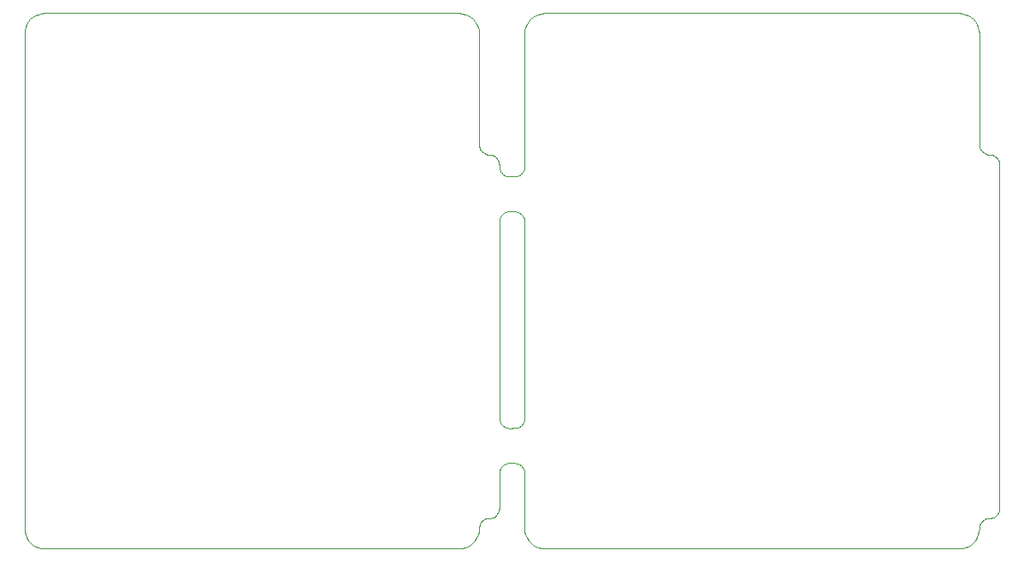
<source format=gko>
%MOIN*%
%OFA0B0*%
%FSLAX36Y36*%
%IPPOS*%
%LPD*%
%ADD10C,0*%
D10*
X001948818Y001274332D02*
X001948818Y001274332D01*
X001948818Y000508858D01*
X001948700Y000505805D01*
X001948345Y000502769D01*
X001947755Y000499771D01*
X001946935Y000496827D01*
X001945889Y000493956D01*
X001944623Y000491174D01*
X001943146Y000488499D01*
X001941465Y000485947D01*
X001939592Y000483533D01*
X001937537Y000481271D01*
X001935312Y000479176D01*
X001932932Y000477259D01*
X001930410Y000475533D01*
X001927763Y000474007D01*
X001925004Y000472692D01*
X001922152Y000471594D01*
X001919224Y000470721D01*
X001916236Y000470078D01*
X001913208Y000469668D01*
X001910157Y000469495D01*
X001890472Y000469140D01*
X001887346Y000469208D01*
X001884235Y000469524D01*
X001881159Y000470085D01*
X001878138Y000470889D01*
X001875189Y000471931D01*
X001872333Y000473202D01*
X001869587Y000474697D01*
X001866967Y000476405D01*
X001864492Y000478315D01*
X001862176Y000480416D01*
X001860034Y000482693D01*
X001858080Y000485134D01*
X001856325Y000487722D01*
X001854781Y000490441D01*
X001853458Y000493274D01*
X001852364Y000496203D01*
X001851506Y000499210D01*
X001850889Y000502275D01*
X001850517Y000505380D01*
X001850393Y000508504D01*
X001850393Y001274686D01*
X001850517Y001277810D01*
X001850889Y001280915D01*
X001851506Y001283980D01*
X001852364Y001286987D01*
X001853458Y001289916D01*
X001854781Y001292749D01*
X001856325Y001295468D01*
X001858080Y001298056D01*
X001860034Y001300497D01*
X001862176Y001302774D01*
X001864492Y001304875D01*
X001866967Y001306785D01*
X001869587Y001308493D01*
X001872333Y001309988D01*
X001875189Y001311259D01*
X001878138Y001312301D01*
X001881159Y001313105D01*
X001884235Y001313666D01*
X001887346Y001313982D01*
X001890472Y001314050D01*
X001910157Y001313695D01*
X001913208Y001313522D01*
X001916236Y001313112D01*
X001919224Y001312469D01*
X001922152Y001311596D01*
X001925004Y001310498D01*
X001927763Y001309183D01*
X001930410Y001307657D01*
X001932932Y001305931D01*
X001935312Y001304014D01*
X001937537Y001301919D01*
X001939592Y001299657D01*
X001941465Y001297243D01*
X001943146Y001294691D01*
X001944623Y001292016D01*
X001945889Y001289234D01*
X001946935Y001286363D01*
X001947755Y001283419D01*
X001948345Y001280421D01*
X001948700Y001277385D01*
X001948818Y001274332D01*
X001850393Y000294121D02*
X001850393Y000294121D01*
X001850517Y000297246D01*
X001850889Y000300350D01*
X001851506Y000303416D01*
X001852364Y000306422D01*
X001853458Y000309351D01*
X001854781Y000312184D01*
X001856325Y000314903D01*
X001858080Y000317491D01*
X001860034Y000319932D01*
X001862176Y000322210D01*
X001864492Y000324310D01*
X001866967Y000326221D01*
X001869587Y000327928D01*
X001872333Y000329423D01*
X001875189Y000330695D01*
X001878138Y000331736D01*
X001881159Y000332540D01*
X001884235Y000333102D01*
X001887346Y000333417D01*
X001890472Y000333485D01*
X001910157Y000333131D01*
X001913208Y000332957D01*
X001916236Y000332548D01*
X001919224Y000331904D01*
X001922152Y000331031D01*
X001925004Y000329934D01*
X001927763Y000328618D01*
X001930410Y000327093D01*
X001932932Y000325366D01*
X001935312Y000323450D01*
X001937537Y000321354D01*
X001939592Y000319093D01*
X001941465Y000316678D01*
X001943146Y000314126D01*
X001944623Y000311451D01*
X001945889Y000308670D01*
X001946935Y000305798D01*
X001947755Y000302854D01*
X001948345Y000299856D01*
X001948700Y000296821D01*
X001948818Y000293767D01*
X001948818Y000078740D01*
X001949787Y000066422D01*
X001952672Y000054408D01*
X001957401Y000042993D01*
X001963856Y000032457D01*
X001971881Y000023062D01*
X001981276Y000015038D01*
X001991811Y000008582D01*
X002003226Y000003853D01*
X002015241Y000000969D01*
X002027559Y000000000D01*
X003641732Y000000000D01*
X003654049Y000000969D01*
X003666064Y000003853D01*
X003677479Y000008582D01*
X003688014Y000015038D01*
X003697409Y000023062D01*
X003705434Y000032457D01*
X003711889Y000042993D01*
X003716618Y000054408D01*
X003719502Y000066422D01*
X003720472Y000078740D01*
X003720957Y000084898D01*
X003722399Y000090906D01*
X003724763Y000096613D01*
X003727991Y000101881D01*
X003732003Y000106579D01*
X003736700Y000110591D01*
X003741968Y000113819D01*
X003747676Y000116183D01*
X003753683Y000117625D01*
X003759842Y000118110D01*
X003766001Y000118595D01*
X003772008Y000120037D01*
X003777716Y000122401D01*
X003782983Y000125629D01*
X003787681Y000129641D01*
X003791693Y000134339D01*
X003794921Y000139606D01*
X003797284Y000145314D01*
X003798727Y000151321D01*
X003799212Y000157480D01*
X003799212Y001496062D01*
X003798727Y001502222D01*
X003797284Y001508229D01*
X003794921Y001513937D01*
X003791693Y001519204D01*
X003787681Y001523901D01*
X003782983Y001527914D01*
X003777716Y001531141D01*
X003772008Y001533506D01*
X003766001Y001534948D01*
X003759842Y001535433D01*
X003753683Y001535918D01*
X003747676Y001537360D01*
X003741968Y001539724D01*
X003736700Y001542952D01*
X003732003Y001546964D01*
X003727991Y001551662D01*
X003724763Y001556929D01*
X003722399Y001562637D01*
X003720957Y001568644D01*
X003720472Y001574803D01*
X003720472Y002007874D01*
X003719502Y002020191D01*
X003716618Y002032206D01*
X003711889Y002043621D01*
X003705434Y002054156D01*
X003697409Y002063552D01*
X003688014Y002071576D01*
X003677479Y002078032D01*
X003666064Y002082760D01*
X003654049Y002085644D01*
X003641732Y002086614D01*
X002027559Y002086614D01*
X002015241Y002085644D01*
X002003226Y002082760D01*
X001991811Y002078032D01*
X001981276Y002071576D01*
X001971881Y002063552D01*
X001963856Y002054156D01*
X001957401Y002043621D01*
X001952672Y002032206D01*
X001949787Y002020191D01*
X001948818Y002007874D01*
X001948818Y001489423D01*
X001948700Y001486369D01*
X001948345Y001483334D01*
X001947755Y001480336D01*
X001946935Y001477392D01*
X001945889Y001474520D01*
X001944623Y001471739D01*
X001943146Y001469064D01*
X001941465Y001466512D01*
X001939592Y001464097D01*
X001937537Y001461836D01*
X001935312Y001459740D01*
X001932932Y001457824D01*
X001930410Y001456097D01*
X001927763Y001454572D01*
X001925004Y001453256D01*
X001922152Y001452159D01*
X001919224Y001451286D01*
X001916236Y001450642D01*
X001913208Y001450233D01*
X001910157Y001450059D01*
X001890472Y001449705D01*
X001887346Y001449773D01*
X001884235Y001450088D01*
X001881159Y001450650D01*
X001878138Y001451454D01*
X001875189Y001452495D01*
X001872333Y001453767D01*
X001869587Y001455262D01*
X001866967Y001456969D01*
X001864492Y001458880D01*
X001862176Y001460980D01*
X001860034Y001463258D01*
X001858080Y001465699D01*
X001856325Y001468287D01*
X001854781Y001471006D01*
X001853458Y001473839D01*
X001852364Y001476768D01*
X001851506Y001479774D01*
X001850889Y001482840D01*
X001850517Y001485944D01*
X001850393Y001489069D01*
X001850393Y001496062D01*
X001849908Y001502222D01*
X001848465Y001508229D01*
X001846102Y001513937D01*
X001842874Y001519204D01*
X001838862Y001523901D01*
X001834164Y001527914D01*
X001828897Y001531141D01*
X001823189Y001533506D01*
X001817182Y001534948D01*
X001811023Y001535433D01*
X001804864Y001535918D01*
X001798857Y001537360D01*
X001793149Y001539724D01*
X001787881Y001542952D01*
X001783184Y001546964D01*
X001779172Y001551662D01*
X001775944Y001556929D01*
X001773580Y001562637D01*
X001772138Y001568644D01*
X001771653Y001574803D01*
X001771653Y002007874D01*
X001770683Y002020191D01*
X001767799Y002032206D01*
X001763070Y002043621D01*
X001756615Y002054156D01*
X001748590Y002063552D01*
X001739195Y002071576D01*
X001728660Y002078032D01*
X001717245Y002082760D01*
X001705230Y002085644D01*
X001692913Y002086614D01*
X000078740Y002086614D01*
X000066422Y002085644D01*
X000054407Y002082760D01*
X000042992Y002078032D01*
X000032457Y002071576D01*
X000023062Y002063552D01*
X000015037Y002054156D01*
X000008582Y002043621D01*
X000003853Y002032206D01*
X000000968Y002020191D01*
X000000000Y002007874D01*
X000000000Y000078740D01*
X000000968Y000066422D01*
X000003853Y000054408D01*
X000008582Y000042993D01*
X000015037Y000032457D01*
X000023062Y000023062D01*
X000032457Y000015038D01*
X000042992Y000008582D01*
X000054407Y000003853D01*
X000066422Y000000969D01*
X000078740Y000000000D01*
X001692913Y000000000D01*
X001705230Y000000969D01*
X001717245Y000003853D01*
X001728660Y000008582D01*
X001739195Y000015038D01*
X001748590Y000023062D01*
X001756615Y000032457D01*
X001763070Y000042993D01*
X001767799Y000054408D01*
X001770683Y000066422D01*
X001771653Y000078740D01*
X001772138Y000084898D01*
X001773580Y000090906D01*
X001775944Y000096613D01*
X001779172Y000101881D01*
X001783184Y000106579D01*
X001787881Y000110591D01*
X001793149Y000113819D01*
X001798857Y000116183D01*
X001804864Y000117625D01*
X001811023Y000118110D01*
X001817182Y000118595D01*
X001823189Y000120037D01*
X001828897Y000122401D01*
X001834164Y000125629D01*
X001838862Y000129641D01*
X001842874Y000134339D01*
X001846102Y000139606D01*
X001848465Y000145314D01*
X001849908Y000151321D01*
X001850393Y000157480D01*
X001850393Y000294121D01*
M02*
</source>
